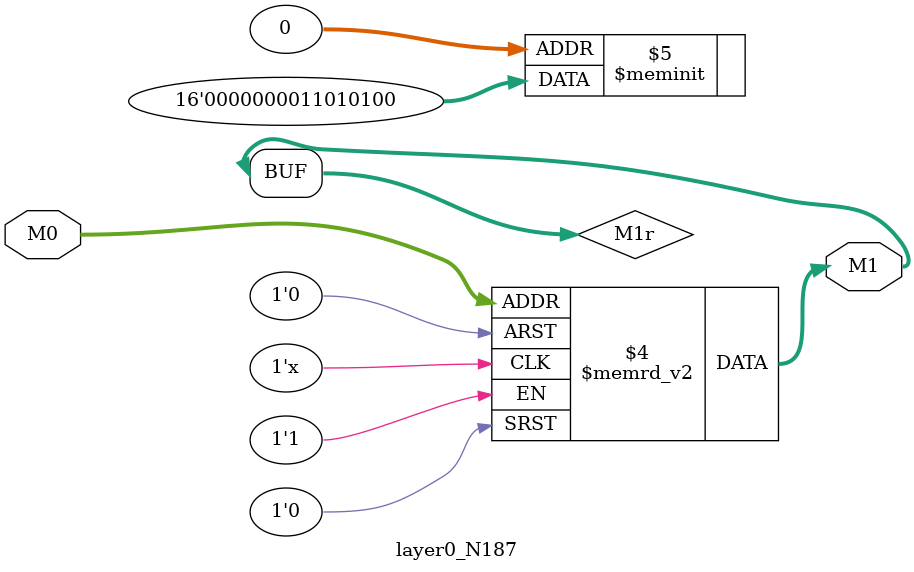
<source format=v>
module layer0_N187 ( input [2:0] M0, output [1:0] M1 );

	(*rom_style = "distributed" *) reg [1:0] M1r;
	assign M1 = M1r;
	always @ (M0) begin
		case (M0)
			3'b000: M1r = 2'b00;
			3'b100: M1r = 2'b00;
			3'b010: M1r = 2'b01;
			3'b110: M1r = 2'b00;
			3'b001: M1r = 2'b01;
			3'b101: M1r = 2'b00;
			3'b011: M1r = 2'b11;
			3'b111: M1r = 2'b00;

		endcase
	end
endmodule

</source>
